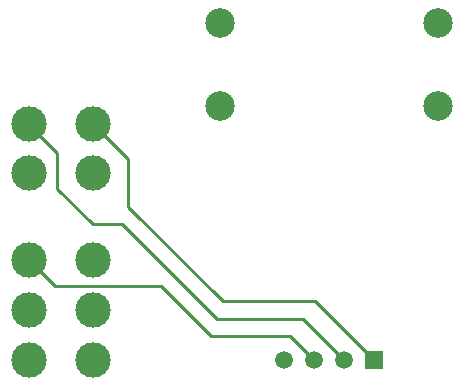
<source format=gtl>
G04*
G04 #@! TF.GenerationSoftware,Altium Limited,Altium Designer,18.0.9 (584)*
G04*
G04 Layer_Physical_Order=1*
G04 Layer_Color=255*
%FSLAX43Y43*%
%MOMM*%
G71*
G01*
G75*
%ADD10C,0.254*%
%ADD18C,2.500*%
%ADD19C,3.000*%
%ADD20C,1.500*%
%ADD21R,1.500X1.500*%
D10*
X30000Y27000D02*
X37800D01*
X22000Y35000D02*
X30000Y27000D01*
X22000Y35000D02*
Y39000D01*
X29500Y25500D02*
X36760D01*
X21500Y33500D02*
X29500Y25500D01*
X19000Y33500D02*
X21500D01*
X19000Y42000D02*
X22000Y39000D01*
X35720Y24000D02*
X37720Y22000D01*
X29000Y24000D02*
X35720D01*
X24750Y28250D02*
X29000Y24000D01*
X15762Y28250D02*
X24750D01*
X13578Y30435D02*
X15762Y28250D01*
X16000Y36500D02*
X19000Y33500D01*
X16000Y36500D02*
Y39500D01*
X13577Y41923D02*
X16000Y39500D01*
X13577Y41923D02*
Y42000D01*
X36760Y25500D02*
X40260Y22000D01*
X37800Y27000D02*
X42800Y22000D01*
D18*
X29750Y43500D02*
D03*
Y50500D02*
D03*
X48250Y43500D02*
D03*
Y50500D02*
D03*
D19*
X13577Y37800D02*
D03*
Y42000D02*
D03*
X19000Y37800D02*
D03*
Y42000D02*
D03*
Y26218D02*
D03*
X13578D02*
D03*
X19000Y22000D02*
D03*
X13578Y30435D02*
D03*
X19000D02*
D03*
X13578Y22000D02*
D03*
D20*
X35180Y22000D02*
D03*
X37720D02*
D03*
X40260D02*
D03*
D21*
X42800D02*
D03*
M02*

</source>
